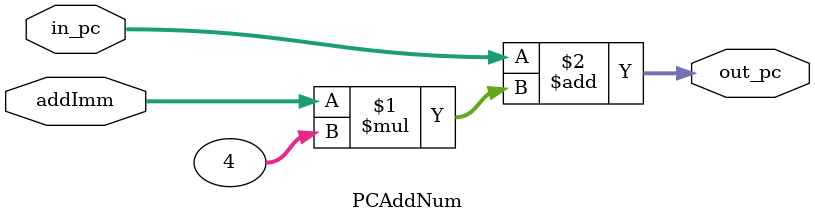
<source format=v>
`timescale 1ns / 1ps


module PCAddNum(in_pc,out_pc,addImm);
  input [31:0] in_pc, addImm;
  output [31:0] out_pc;
  assign out_pc = in_pc + addImm * 4;
endmodule

</source>
